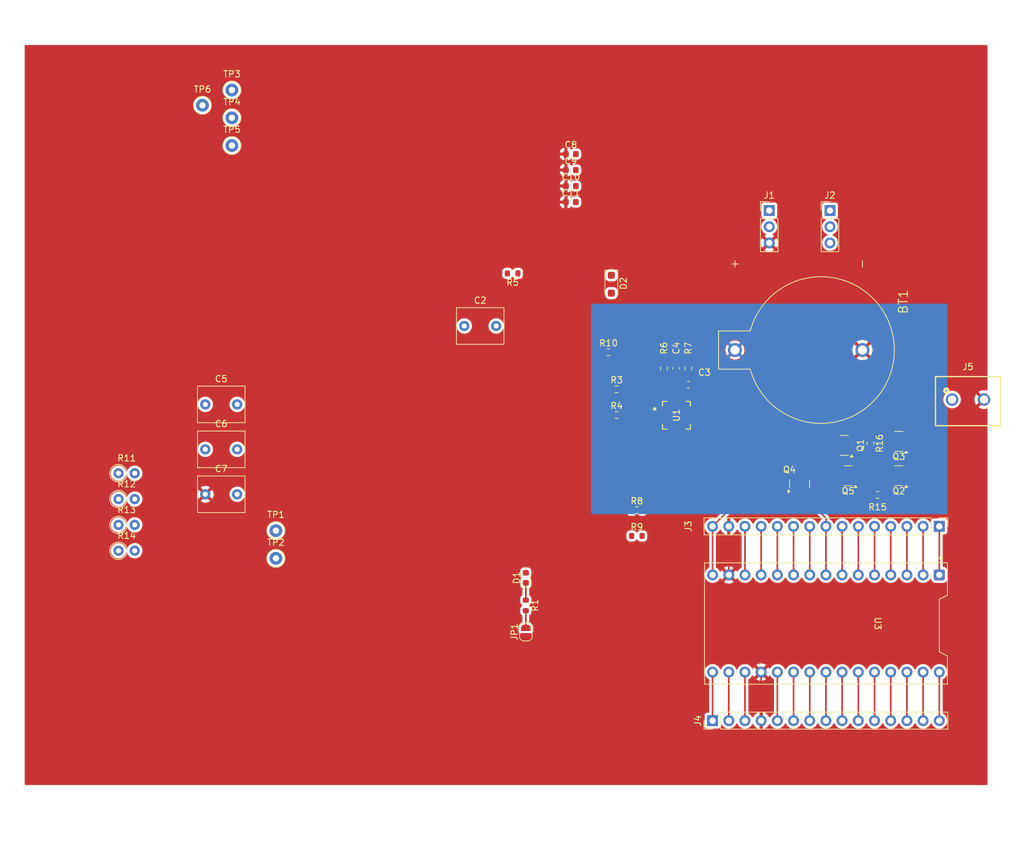
<source format=kicad_pcb>
(kicad_pcb (version 20241229) (generator "pcbnew") (generator_version "9.0")
  (layers (0 "F.Cu" signal) (4 "In1.Cu" signal) (6 "In2.Cu" signal) (2 "B.Cu" signal) (13 "F.Paste" user) (15 "B.Paste" user) (5 "F.SilkS" user "F.Silkscreen") (7 "B.SilkS" user "B.Silkscreen") (1 "F.Mask" user) (3 "B.Mask" user) (25 "Edge.Cuts" user))
  (net 0 "")
  (net 1 "GND")
  (net 2 "+3V0")
  (net 3 "Net-(U1-HPSENSE)")
  (net 4 "/VREFIN")
  (net 5 "Net-(U1-RLDFB)")
  (net 6 "Net-(U1-RLD)")
  (net 7 "Net-(U1-OPAMP+)")
  (net 8 "Net-(U1-REFOUT)")
  (net 9 "/FILTER_OUT")
  (net 10 "/PWR_OFF_HV")
  (net 11 "/PWR_HOLD")
  (net 12 "Net-(J1-Pin_2)")
  (net 13 "Net-(J2-Pin_2)")
  (net 14 "/RLD")
  (net 15 "/VIN")
  (net 16 "+9V")
  (net 17 "Net-(U1-IN+)")
  (net 18 "/INP")
  (net 19 "/INM")
  (net 20 "Net-(U1-IN-)")
  (net 21 "Net-(U1-IAOUT)")
  (net 22 "Net-(U1-OPAMP-)")
  (net 23 "Net-(D1-K)")
  (net 24 "/LODN")
  (net 25 "/LODP")
  (net 26 "+3V3")
  (net 27 "/HR_SIGNAL")
  (net 28 "/P1")
  (net 29 "/D2")
  (net 30 "/PWR_ON")
  (net 31 "Net-(U1-SW)")
  (net 32 "/D11")
  (net 33 "/D8")
  (net 34 "/A3")
  (net 35 "/A0")
  (net 36 "/D4")
  (net 37 "/TX")
  (net 38 "/RX")
  (net 39 "/A7")
  (net 40 "/D9")
  (net 41 "/D13")
  (net 42 "/D10")
  (net 43 "/D6")
  (net 44 "/D12")
  (net 45 "/RESET")
  (net 46 "/RESET1")
  (net 47 "/D7")
  (net 48 "/A5")
  (net 49 "/A2")
  (net 50 "/A6")
  (net 51 "+5V")
  (net 52 "/AREF")
  (net 53 "/D5")
  (net 54 "/A1")
  (net 55 "Net-(D1-A)")
  (net 56 "Net-(JP1-B)")
  (footprint "Resistor_SMD:R_0603_1608Metric" (layer "F.Cu") (at 149.415 95.885)
    (property "Reference" "R8" (at 0 -1.43 0) (layer "F.SilkS"))
    (property "Value" "10M")
    (pad "1" smd roundrect (at -0.825 0) (size 0.8 0.95) (layers "F.Cu" "F.Mask" "F.Paste") (net 18 "/INP"))
    (pad "2" smd roundrect (at 0.825 0) (size 0.8 0.95) (layers "F.Cu" "F.Mask" "F.Paste") (net 13 "Net-(J2-Pin_2)"))
  )
  (footprint "TestPoint:TestPoint_Keystone_5000-5004_Miniature" (layer "F.Cu") (at 85.9 38.7)
    (property "Reference" "TP5" (at 0 -2.5 0) (layer "F.SilkS"))
    (property "Value" "TestPoint")
    (pad "1" thru_hole circle (at 0 0) (size 2 2) (drill 1) (layers "*.Cu" "*.Mask") (net 14 "/RLD"))
  )
  (footprint "Capacitor_SMD:C_0603_1608Metric" (layer "F.Cu") (at 155.575 73.66 90)
    (property "Reference" "C4" (at 3.175 0 90) (layer "F.SilkS"))
    (property "Value" "100nF")
    (pad "1" smd roundrect (at -0.775 0 90) (size 0.9 0.95) (layers "F.Cu" "F.Mask" "F.Paste") (net 4 "/VREFIN"))
    (pad "2" smd roundrect (at 0.775 0 90) (size 0.9 0.95) (layers "F.Cu" "F.Mask" "F.Paste") (net 1 "GND"))
  )
  (footprint "LED_SMD:LED_0603_1608Metric" (layer "F.Cu") (at 132 106.5 90)
    (property "Reference" "D1" (at 0 -1.43 90) (layer "F.SilkS"))
    (property "Value" "LED")
    (pad "1" smd roundrect (at -0.7875 0 90) (size 0.875 0.95) (layers "F.Cu" "F.Mask" "F.Paste") (net 23 "Net-(D1-K)"))
    (pad "2" smd roundrect (at 0.7875 0 90) (size 0.875 0.95) (layers "F.Cu" "F.Mask" "F.Paste") (net 55 "Net-(D1-A)"))
  )
  (footprint "Connector_PinHeader_2.54mm:PinHeader_1x15_P2.54mm_Vertical" (layer "F.Cu") (at 196.85 98.425 -90)
    (property "Reference" "J3" (at 0 39.37 90) (layer "F.SilkS"))
    (property "Value" "Conn_01x15")
    (pad "1" thru_hole rect (at 0 0 270) (size 1.7 1.7) (drill 1) (layers "*.Cu" "*.Mask") (net 41 "/D13"))
    (pad "2" thru_hole oval (at 0 2.54 270) (size 1.7 1.7) (drill 1) (layers "*.Cu" "*.Mask") (net 26 "+3V3"))
    (pad "3" thru_hole oval (at 0 5.08 270) (size 1.7 1.7) (drill 1) (layers "*.Cu" "*.Mask") (net 52 "/AREF"))
    (pad "4" thru_hole oval (at 0 7.62 270) (size 1.7 1.7) (drill 1) (layers "*.Cu" "*.Mask") (net 35 "/A0"))
    (pad "5" thru_hole oval (at 0 10.16 270) (size 1.7 1.7) (drill 1) (layers "*.Cu" "*.Mask") (net 54 "/A1"))
    (pad "6" thru_hole oval (at 0 12.7 270) (size 1.7 1.7) (drill 1) (layers "*.Cu" "*.Mask") (net 49 "/A2"))
    (pad "7" thru_hole oval (at 0 15.24 270) (size 1.7 1.7) (drill 1) (layers "*.Cu" "*.Mask") (net 34 "/A3"))
    (pad "8" thru_hole oval (at 0 17.78 270) (size 1.7 1.7) (drill 1) (layers "*.Cu" "*.Mask") (net 27 "/HR_SIGNAL"))
    (pad "9" thru_hole oval (at 0 20.32 270) (size 1.7 1.7) (drill 1) (layers "*.Cu" "*.Mask") (net 48 "/A5"))
    (pad "10" thru_hole oval (at 0 22.86 270) (size 1.7 1.7) (drill 1) (layers "*.Cu" "*.Mask") (net 50 "/A6"))
    (pad "11" thru_hole oval (at 0 25.4 270) (size 1.7 1.7) (drill 1) (layers "*.Cu" "*.Mask") (net 39 "/A7"))
    (pad "12" thru_hole oval (at 0 27.94 270) (size 1.7 1.7) (drill 1) (layers "*.Cu" "*.Mask") (net 51 "+5V"))
    (pad "13" thru_hole oval (at 0 30.48 270) (size 1.7 1.7) (drill 1) (layers "*.Cu" "*.Mask") (net 45 "/RESET"))
    (pad "14" thru_hole oval (at 0 33.02 270) (size 1.7 1.7) (drill 1) (layers "*.Cu" "*.Mask") (net 1 "GND"))
    (pad "15" thru_hole oval (at 0 35.56 270) (size 1.7 1.7) (drill 1) (layers "*.Cu" "*.Mask") (net 15 "/VIN"))
  )
  (footprint "Diode_SMD:D_SOD-123F" (layer "F.Cu") (at 145.415 60.455 -90)
    (property "Reference" "D2" (at -0.127 -1.905 90) (layer "F.SilkS"))
    (property "Value" "1N4148")
    (pad "1" smd roundrect (at -1.4 0 270) (size 1.1 1.1) (layers "F.Cu" "F.Mask" "F.Paste") (roundrect_rratio 0.2272727273) (net 10 "/PWR_OFF_HV"))
    (pad "2" smd roundrect (at 1.4 0 270) (size 1.1 1.1) (layers "F.Cu" "F.Mask" "F.Paste") (roundrect_rratio 0.2272727273) (net 29 "/D2"))
  )
  (footprint "Resistor_SMD:R_0603_1608Metric" (layer "F.Cu") (at 157.48 73.66 -90)
    (property "Reference" "R7" (at -3.175 0 90) (layer "F.SilkS"))
    (property "Value" "10M")
    (pad "1" smd roundrect (at -0.825 0 270) (size 0.8 0.95) (layers "F.Cu" "F.Mask" "F.Paste") (net 2 "+3V0"))
    (pad "2" smd roundrect (at 0.825 0 270) (size 0.8 0.95) (layers "F.Cu" "F.Mask" "F.Paste") (net 4 "/VREFIN"))
  )
  (footprint "Capacitor_THT:C_Rect_L7.2mm_W5.5mm_P5.00mm_FKS2_FKP2_MKS2_MKP2" (layer "F.Cu") (at 122.35 67)
    (property "Reference" "C2" (at 2.5 -4 0) (layer "F.SilkS"))
    (property "Value" "1u")
    (pad "1" thru_hole circle (at 0 0) (size 1.6 1.6) (drill 0.8) (layers "*.Cu" "*.Mask") (net 28 "/P1"))
    (pad "2" thru_hole circle (at 5 0) (size 1.6 1.6) (drill 0.8) (layers "*.Cu" "*.Mask") (net 3 "Net-(U1-HPSENSE)"))
  )
  (footprint "Capacitor_SMD:C_0603_1608Metric" (layer "F.Cu") (at 139.065 42.545)
    (property "Reference" "C9" (at 0 -1.43 0) (layer "F.SilkS"))
    (property "Value" "1nF")
    (pad "1" smd roundrect (at -0.775 0) (size 0.9 0.95) (layers "F.Cu" "F.Mask" "F.Paste") (net 1 "GND"))
    (pad "2" smd roundrect (at 0.775 0) (size 0.9 0.95) (layers "F.Cu" "F.Mask" "F.Paste") (net 2 "+3V0"))
  )
  (footprint "Jumper:SolderJumper-2_P1.3mm_Open_RoundedPad1.0x1.5mm" (layer "F.Cu") (at 132 115 90)
    (property "Reference" "JP1" (at 0 -1.8 90) (layer "F.SilkS"))
    (property "Value" "SolderJumper_2_Open")
    (pad "1" smd custom (at -0.65 0 90) (size 1 0.5) (layers "F.Cu" "F.Mask") (net 1 "GND") (options (clearance outline) (anchor rect)) (primitives (gr_circle (center 0 0.25) (end 0.5 0.25) (width 0) (fill yes)) (gr_circle (center 0 -0.25) (end 0.5 -0.25) (width 0) (fill yes)) (gr_poly (pts (xy 0.5 0.75) (xy 0 0.75) (xy 0 -0.75) (xy 0.5 -0.75)) (width 0) (fill yes))))
    (pad "2" smd custom (at 0.65 0 90) (size 1 0.5) (layers "F.Cu" "F.Mask") (net 56 "Net-(JP1-B)") (options (clearance outline) (anchor rect)) (primitives (gr_circle (center 0 0.25) (end 0.5 0.25) (width 0) (fill yes)) (gr_circle (center 0 -0.25) (end 0.5 -0.25) (width 0) (fill yes)) (gr_poly (pts (xy 0 0.75) (xy -0.5 0.75) (xy -0.5 -0.75) (xy 0 -0.75)) (width 0) (fill yes))))
  )
  (footprint "Resistor_SMD:R_0603_1608Metric" (layer "F.Cu") (at 187.165 93.5025)
    (property "Reference" "R15" (at 0 1.905 0) (layer "F.SilkS"))
    (property "Value" "1M")
    (pad "1" smd roundrect (at -0.825 0) (size 0.8 0.95) (layers "F.Cu" "F.Mask" "F.Paste") (net 2 "+3V0"))
    (pad "2" smd roundrect (at 0.825 0) (size 0.8 0.95) (layers "F.Cu" "F.Mask" "F.Paste") (net 30 "/PWR_ON"))
  )
  (footprint "Connector_PinHeader_2.54mm:PinHeader_1x03_P2.54mm_Vertical" (layer "F.Cu") (at 179.705 48.895)
    (property "Reference" "J2" (at 0 -2.38 0) (layer "F.SilkS"))
    (property "Value" "Conn_01x03")
    (pad "1" thru_hole rect (at 0 0) (size 1.7 1.7) (drill 1) (layers "*.Cu" "*.Mask") (net 14 "/RLD"))
    (pad "2" thru_hole circle (at 0 2.54) (size 1.7 1.7) (drill 1) (layers "*.Cu" "*.Mask") (net 13 "Net-(J2-Pin_2)"))
    (pad "3" thru_hole circle (at 0 5.08) (size 1.7 1.7) (drill 1) (layers "*.Cu" "*.Mask") (net 2 "+3V0"))
  )
  (footprint "ECG_Footprints:691137710002" (layer "F.Cu") (at 201.355 78.54)
    (property "Reference" "J5" (at 0 -5.135 0) (layer "F.SilkS"))
    (property "Value" "Conn_01x02")
    (pad "1" thru_hole circle (at -2.5 0) (size 1.95 1.95) (drill 1.3) (layers "*.Cu" "*.Mask") (net 16 "+9V"))
    (pad "2" thru_hole circle (at 2.5 0) (size 1.95 1.95) (drill 1.3) (layers "*.Cu" "*.Mask") (net 1 "GND"))
  )
  (footprint "Resistor_SMD:R_0603_1608Metric" (layer "F.Cu") (at 146.24 80.9625)
    (property "Reference" "R4" (at 0 -1.43 0) (layer "F.SilkS"))
    (property "Value" "220K")
    (pad "1" smd roundrect (at -0.825 0) (size 0.8 0.95) (layers "F.Cu" "F.Mask" "F.Paste") (net 19 "/INM"))
    (pad "2" smd roundrect (at 0.825 0) (size 0.8 0.95) (layers "F.Cu" "F.Mask" "F.Paste") (net 20 "Net-(U1-IN-)"))
  )
  (footprint "Capacitor_THT:C_Rect_L7.2mm_W5.5mm_P5.00mm_FKS2_FKP2_MKS2_MKP2" (layer "F.Cu") (at 81.73 86.35)
    (property "Reference" "C6" (at 2.5 -4 0) (layer "F.SilkS"))
    (property "Value" "4.7n")
    (pad "1" thru_hole circle (at 0 0) (size 1.6 1.6) (drill 0.8) (layers "*.Cu" "*.Mask") (net 7 "Net-(U1-OPAMP+)"))
    (pad "2" thru_hole circle (at 5 0) (size 1.6 1.6) (drill 0.8) (layers "*.Cu" "*.Mask") (net 8 "Net-(U1-REFOUT)"))
  )
  (footprint "TestPoint:TestPoint_Keystone_5000-5004_Miniature" (layer "F.Cu") (at 85.9 30)
    (property "Reference" "TP3" (at 0 -2.5 0) (layer "F.SilkS"))
    (property "Value" "TestPoint")
    (pad "1" thru_hole circle (at 0 0) (size 2 2) (drill 1) (layers "*.Cu" "*.Mask") (net 19 "/INM"))
  )
  (footprint "Package_TO_SOT_SMD:SOT-23" (layer "F.Cu") (at 181.9425 85.7275 180)
    (property "Reference" "Q1" (at -2.54 0 90) (layer "F.SilkS"))
    (property "Value" "DMG2301L")
    (pad "1" smd roundrect (at -0.9375 -0.95 180) (size 1.475 0.6) (layers "F.Cu" "F.Mask" "F.Paste") (net 10 "/PWR_OFF_HV"))
    (pad "2" smd roundrect (at -0.9375 0.95 180) (size 1.475 0.6) (layers "F.Cu" "F.Mask" "F.Paste") (net 16 "+9V"))
    (pad "3" smd roundrect (at 0.9375 0 180) (size 1.475 0.6) (layers "F.Cu" "F.Mask" "F.Paste") (net 15 "/VIN"))
  )
  (footprint "Resistor_SMD:R_0603_1608Metric" (layer "F.Cu") (at 132 110.825 -90)
    (property "Reference" "R1" (at 0 -1.43 90) (layer "F.SilkS"))
    (property "Value" "1k")
    (pad "1" smd roundrect (at -0.825 0 270) (size 0.8 0.95) (layers "F.Cu" "F.Mask" "F.Paste") (net 23 "Net-(D1-K)"))
    (pad "2" smd roundrect (at 0.825 0 270) (size 0.8 0.95) (layers "F.Cu" "F.Mask" "F.Paste") (net 56 "Net-(JP1-B)"))
  )
  (footprint "TestPoint:TestPoint_Keystone_5000-5004_Miniature" (layer "F.Cu") (at 92.8 103.45)
    (property "Reference" "TP2" (at 0 -2.5 0) (layer "F.SilkS"))
    (property "Value" "TestPoint")
    (pad "1" thru_hole circle (at 0 0) (size 2 2) (drill 1) (layers "*.Cu" "*.Mask") (net 25 "/LODP"))
  )
  (footprint "Resistor_THT:R_Axial_DIN0207_L6.3mm_D2.5mm_P2.54mm_Vertical" (layer "F.Cu") (at 68.12 98.2)
    (property "Reference" "R13" (at 1.27 -2.37 0) (layer "F.SilkS"))
    (property "Value" "1M")
    (pad "1" thru_hole circle (at 0 0) (size 1.6 1.6) (drill 0.8) (layers "*.Cu" "*.Mask") (net 22 "Net-(U1-OPAMP-)"))
    (pad "2" thru_hole circle (at 2.54 0) (size 1.6 1.6) (drill 0.8) (layers "*.Cu" "*.Mask") (net 55 "Net-(D1-A)"))
  )
  (footprint "Package_TO_SOT_SMD:SOT-23" (layer "F.Cu") (at 182.5475 90.4875 180)
    (property "Reference" "Q5" (at 0 -2.4 0) (layer "F.SilkS"))
    (property "Value" "T2N7002AK")
    (pad "1" smd roundrect (at -0.9375 -0.95 180) (size 1.475 0.6) (layers "F.Cu" "F.Mask" "F.Paste") (net 25 "/LODP"))
    (pad "2" smd roundrect (at -0.9375 0.95 180) (size 1.475 0.6) (layers "F.Cu" "F.Mask" "F.Paste") (net 1 "GND"))
    (pad "3" smd roundrect (at 0.9375 0 180) (size 1.475 0.6) (layers "F.Cu" "F.Mask" "F.Paste") (net 30 "/PWR_ON"))
  )
  (footprint "Resistor_SMD:R_0603_1608Metric" (layer "F.Cu") (at 144.97 71.12)
    (property "Reference" "R10" (at 0 -1.43 0) (layer "F.SilkS"))
    (property "Value" "330K")
    (pad "1" smd roundrect (at -0.825 0) (size 0.8 0.95) (layers "F.Cu" "F.Mask" "F.Paste") (net 14 "/RLD"))
    (pad "2" smd roundrect (at 0.825 0) (size 0.8 0.95) (layers "F.Cu" "F.Mask" "F.Paste") (net 6 "Net-(U1-RLD)"))
  )
  (footprint "Connector_PinHeader_2.54mm:PinHeader_1x03_P2.54mm_Vertical" (layer "F.Cu") (at 170.18 48.895)
    (property "Reference" "J1" (at 0 -2.38 0) (layer "F.SilkS"))
    (property "Value" "Conn_01x03")
    (pad "1" thru_hole rect (at 0 0) (size 1.7 1.7) (drill 1) (layers "*.Cu" "*.Mask") (net 2 "+3V0"))
    (pad "2" thru_hole circle (at 0 2.54) (size 1.7 1.7) (drill 1) (layers "*.Cu" "*.Mask") (net 12 "Net-(J1-Pin_2)"))
    (pad "3" thru_hole circle (at 0 5.08) (size 1.7 1.7) (drill 1) (layers "*.Cu" "*.Mask") (net 1 "GND"))
  )
  (footprint "Package_TO_SOT_SMD:SOT-23" (layer "F.Cu") (at 190.5 85.0925 180)
    (property "Reference" "Q3" (at 0 -2.4 0) (layer "F.SilkS"))
    (property "Value" "T2N7002AK")
    (pad "1" smd roundrect (at -0.9375 -0.95 180) (size 1.475 0.6) (layers "F.Cu" "F.Mask" "F.Paste") (net 11 "/PWR_HOLD"))
    (pad "2" smd roundrect (at -0.9375 0.95 180) (size 1.475 0.6) (layers "F.Cu" "F.Mask" "F.Paste") (net 1 "GND"))
    (pad "3" smd roundrect (at 0.9375 0 180) (size 1.475 0.6) (layers "F.Cu" "F.Mask" "F.Paste") (net 10 "/PWR_OFF_HV"))
  )
  (footprint "Capacitor_SMD:C_0603_1608Metric" (layer "F.Cu") (at 139.065 40.035)
    (property "Reference" "C8" (at 0 -1.43 0) (layer "F.SilkS"))
    (property "Value" "1nF")
    (pad "1" smd roundrect (at -0.775 0) (size 0.9 0.95) (layers "F.Cu" "F.Mask" "F.Paste") (net 1 "GND"))
    (pad "2" smd roundrect (at 0.775 0) (size 0.9 0.95) (layers "F.Cu" "F.Mask" "F.Paste") (net 2 "+3V0"))
  )
  (footprint "TestPoint:TestPoint_Keystone_5000-5004_Miniature" (layer "F.Cu") (at 81.28 32.385)
    (property "Reference" "TP6" (at 0 -2.5 0) (layer "F.SilkS"))
    (property "Value" "TestPoint")
    (pad "1" thru_hole circle (at 0 0) (size 2 2) (drill 1) (layers "*.Cu" "*.Mask") (net 31 "Net-(U1-SW)"))
  )
  (footprint "Resistor_SMD:R_0603_1608Metric" (layer "F.Cu") (at 129.93 58.75 180)
    (property "Reference" "R5" (at 0 -1.43 180) (layer "F.SilkS"))
    (property "Value" "10M")
    (pad "1" smd roundrect (at -0.825 0 180) (size 0.8 0.95) (layers "F.Cu" "F.Mask" "F.Paste") (net 21 "Net-(U1-IAOUT)"))
    (pad "2" smd roundrect (at 0.825 0 180) (size 0.8 0.95) (layers "F.Cu" "F.Mask" "F.Paste") (net 3 "Net-(U1-HPSENSE)"))
  )
  (footprint "Capacitor_SMD:C_0603_1608Metric" (layer "F.Cu") (at 139.065 47.565)
    (property "Reference" "C11" (at 0 -1.43 0) (layer "F.SilkS"))
    (property "Value" "1nF")
    (pad "1" smd roundrect (at -0.775 0) (size 0.9 0.95) (layers "F.Cu" "F.Mask" "F.Paste") (net 1 "GND"))
    (pad "2" smd roundrect (at 0.775 0) (size 0.9 0.95) (layers "F.Cu" "F.Mask" "F.Paste") (net 2 "+3V0"))
  )
  (footprint "Resistor_SMD:R_0603_1608Metric" (layer "F.Cu") (at 149.415 99.935)
    (property "Reference" "R9" (at 0 -1.43 0) (layer "F.SilkS"))
    (property "Value" "10M")
    (pad "1" smd roundrect (at -0.825 0) (size 0.8 0.95) (layers "F.Cu" "F.Mask" "F.Paste") (net 13 "Net-(J2-Pin_2)"))
    (pad "2" smd roundrect (at 0.825 0) (size 0.8 0.95) (layers "F.Cu" "F.Mask" "F.Paste") (net 19 "/INM"))
  )
  (footprint "Capacitor_THT:C_Rect_L7.2mm_W5.5mm_P5.00mm_FKS2_FKP2_MKS2_MKP2" (layer "F.Cu") (at 81.73 93.4)
    (property "Reference" "C7" (at 2.5 -4 0) (layer "F.SilkS"))
    (property "Value" "100nF")
    (pad "1" thru_hole circle (at 0 0) (size 1.6 1.6) (drill 0.8) (layers "*.Cu" "*.Mask") (net 1 "GND"))
    (pad "2" thru_hole circle (at 5 0) (size 1.6 1.6) (drill 0.8) (layers "*.Cu" "*.Mask") (net 9 "/FILTER_OUT"))
  )
  (footprint "Package_TO_SOT_SMD:SOT-23" (layer "F.Cu") (at 174.94 91.7725 90)
    (property "Reference" "Q4" (at 2.2375 -1.59 180) (layer "F.SilkS"))
    (property "Value" "T2N7002AK")
    (pad "1" smd roundrect (at -0.9375 -0.95 90) (size 1.475 0.6) (layers "F.Cu" "F.Mask" "F.Paste") (net 15 "/VIN"))
    (pad "2" smd roundrect (at -0.9375 0.95 90) (size 1.475 0.6) (layers "F.Cu" "F.Mask" "F.Paste") (net 27 "/HR_SIGNAL"))
    (pad "3" smd roundrect (at 0.9375 0 90) (size 1.475 0.6) (layers "F.Cu" "F.Mask" "F.Paste") (net 9 "/FILTER_OUT"))
  )
  (footprint "ECG_Footprints:DIP30-ArduinoNano" (layer "F.Cu") (at 186.69 113.665 -90)
    (property "Reference" "U3" (at 0 -0.5 270) (layer "F.SilkS"))
    (property "Value" "ABX00027")
    (fp_text user "*" (at -10.795 -9.525 270) (layer "F.SilkS") (effects (font (thickness 0.2) (bold yes)) (justify left bottom)))
    (pad "1" thru_hole roundrect (at -7.62 -10.16 90) (size 1.7 1.7) (drill 1) (layers "*.Cu" "*.Mask") (roundrect_rratio 0.15) (net 41 "/D13"))
    (pad "2" thru_hole circle (at -7.62 -7.62 90) (size 1.7 1.7) (drill 1) (layers "*.Cu" "*.Mask") (net 26 "+3V3"))
    (pad "3" thru_hole circle (at -7.62 -5.08 90) (size 1.7 1.7) (drill 1) (layers "*.Cu" "*.Mask") (net 52 "/AREF"))
    (pad "4" thru_hole circle (at -7.62 -2.54 90) (size 1.7 1.7) (drill 1) (layers "*.Cu" "*.Mask") (net 35 "/A0"))
    (pad "5" thru_hole circle (at -7.62 0 90) (size 1.7 1.7) (drill 1) (layers "*.Cu" "*.Mask") (net 54 "/A1"))
    (pad "6" thru_hole circle (at -7.62 2.54 90) (size 1.7 1.7) (drill 1) (layers "*.Cu" "*.Mask") (net 49 "/A2"))
    (pad "7" thru_hole circle (at -7.62 5.08 90) (size 1.7 1.7) (drill 1) (layers "*.Cu" "*.Mask") (net 34 "/A3"))
    (pad "8" thru_hole circle (at -7.62 7.62 90) (size 1.7 1.7) (drill 1) (layers "*.Cu" "*.Mask") (net 27 "/HR_SIGNAL"))
    (pad "9" thru_hole circle (at -7.62 10.16 90) (size 1.7 1.7) (drill 1) (layers "*.Cu" "*.Mask") (net 48 "/A5"))
    (pad "10" thru_hole circle (at -7.62 12.7 90) (size 1.7 1.7) (drill 1) (layers "*.Cu" "*.Mask") (net 50 "/A6"))
    (pad "11" thru_hole circle (at -7.62 15.24 90) (size 1.7 1.7) (drill 1) (layers "*.Cu" "*.Mask") (net 39 "/A7"))
    (pad "12" thru_hole circle (at -7.62 17.78 90) (size 1.7 1.7) (drill 1) (layers "*.Cu" "*.Mask") (net 51 "+5V"))
    (pad "13" thru_hole circle (at -7.62 20.32 90) (size 1.7 1.7) (drill 1) (layers "*.Cu" "*.Mask") (net 45 "/RESET"))
    (pad "14" thru_hole circle (at -7.62 22.86 90) (size 1.7 1.7) (drill 1) (layers "*.Cu" "*.Mask") (net 1 "GND"))
    (pad "15" thru_hole circle (at -7.62 25.4 90) (size 1.7 1.7) (drill 1) (layers "*.Cu" "*.Mask") (net 15 "/VIN"))
    (pad "16" thru_hole circle (at 7.62 25.4 90) (size 1.7 1.7) (drill 1) (layers "*.Cu" "*.Mask") (net 37 "/TX"))
    (pad "17" thru_hole circle (at 7.62 22.86 90) (size 1.7 1.7) (drill 1) (layers "*.Cu" "*.Mask") (net 38 "/RX"))
    (pad "18" thru_hole circle (at 7.62 20.32 90) (size 1.7 1.7) (drill 1) (layers "*.Cu" "*.Mask") (net 46 "/RESET1"))
    (pad "19" thru_hole circle (at 7.62 17.78 90) (size 1.7 1.7) (drill 1) (layers "*.Cu" "*.Mask") (net 1 "GND"))
    (pad "20" thru_hole circle (at 7.62 15.24 90) (size 1.7 1.7) (drill 1) (layers "*.Cu" "*.Mask") (net 29 "/D2"))
    (pad "21" thru_hole circle (at 7.62 12.7 90) (size 1.7 1.7) (drill 1) (layers "*.Cu" "*.Mask") (net 11 "/PWR_HOLD"))
    (pad "22" thru_hole circle (at 7.62 10.16 90) (size 1.7 1.7) (drill 1) (layers "*.Cu" "*.Mask") (net 36 "/D4"))
    (pad "23" thru_hole circle (at 7.62 7.62 90) (size 1.7 1.7) (drill 1) (layers "*.Cu" "*.Mask") (net 53 "/D5"))
    (pad "24" thru_hole circle (at 7.62 5.08 90) (size 1.7 1.7) (drill 1) (layers "*.Cu" "*.Mask") (net 43 "/D6"))
    (pad "25" thru_hole circle (at 7.62 2.54 90) (size 1.7 1.7) (drill 1) (layers "*.Cu" "*.Mask") (net 47 "/D7"))
    (pad "26" thru_hole circle (at 7.62 0 90) (size 1.7 1.7) (drill 1) (layers "*.Cu" "*.Mask") (net 33 "/D8"))
    (pad "27" thru_hole circle (at 7.62 -2.54 90) (size 1.7 1.7) (drill 1) (layers "*.Cu" "*.Mask") (net 40 "/D9"))
    (pad "28" thru_hole circle (at 7.62 -5.08 90) (size 1.7 1.7) (drill 1) (layers "*.Cu" "*.Mask") (net 42 "/D10"))
    (pad "29" thru_hole circle (at 7.62 -7.62 90) (size 1.7 1.7) (drill 1) (layers "*.Cu" "*.Mask") (net 32 "/D11"))
    (pad "30" thru_hole circle (at 7.62 -10.16 90) (size 1.7 1.7) (drill 1) (layers "*.Cu" "*.Mask") (net 44 "/D12"))
  )
  (footprint "Resistor_SMD:R_0603_1608Metric" (layer "F.Cu") (at 153.67 73.66 90)
    (property "Reference" "R6" (at 3.175 0 90) (layer "F.SilkS"))
    (property "Value" "10M")
    (pad "1" smd roundrect (at -0.825 0 90) (size 0.8 0.95) (layers "F.Cu" "F.Mask" "F.Paste") (net 4 "/VREFIN"))
    (pad "2" smd roundrect (at 0.825 0 90) (size 0.8 0.95) (layers "F.Cu" "F.Mask" "F.Paste") (net 1 "GND"))
  )
  (footprint "Resistor_SMD:R_0603_1608Metric" (layer "F.Cu") (at 146.24 76.9125)
    (property "Reference" "R3" (at 0 -1.43 0) (layer "F.SilkS"))
    (property "Value" "220K")
    (pad "1" smd roundrect (at -0.825 0) (size 0.8 0.95) (layers "F.Cu" "F.Mask" "F.Paste") (net 18 "/INP"))
    (pad "2" smd roundrect (at 0.825 0) (size 0.8 0.95) (layers "F.Cu" "F.Mask" "F.Paste") (net 17 "Net-(U1-IN+)"))
  )
  (footprint "ECG_Footprints:BAT_BS-3" (layer "F.Cu") (at 178.29425 70.775 -90)
    (property "Reference" "BT1" (at -7.555 -12.889 90) (layer "F.SilkS") (effects (font (size 1.4 1.4))))
    (property "Value" "BS-3")
    (pad "+" thru_hole circle (at 0 13.5 270) (size 2.175 2.175) (drill 1.45) (layers "*.Cu" "*.Mask") (net 2 "+3V0"))
    (pad "-" thru_hole circle (at 0 -6.5 270) (size 2.175 2.175) (drill 1.45) (layers "*.Cu" "*.Mask") (net 1 "GND"))
  )
  (footprint "Capacitor_SMD:C_0603_1608Metric" (layer "F.Cu") (at 157.48 76.2 180)
    (property "Reference" "C3" (at -2.54 1.905 0) (layer "F.SilkS"))
    (property "Value" "100nF")
    (pad "1" smd roundrect (at -0.775 0 180) (size 0.9 0.95) (layers "F.Cu" "F.Mask" "F.Paste") (net 1 "GND"))
    (pad "2" smd roundrect (at 0.775 0 180) (size 0.9 0.95) (layers "F.Cu" "F.Mask" "F.Paste") (net 2 "+3V0"))
  )
  (footprint "TestPoint:TestPoint_Keystone_5000-5004_Miniature" (layer "F.Cu") (at 92.8 99.1)
    (property "Reference" "TP1" (at 0 -2.5 0) (layer "F.SilkS"))
    (property "Value" "TestPoint")
    (pad "1" thru_hole circle (at 0 0) (size 2 2) (drill 1) (layers "*.Cu" "*.Mask") (net 24 "/LODN"))
  )
  (footprint "Resistor_THT:R_Axial_DIN0207_L6.3mm_D2.5mm_P2.54mm_Vertical" (layer "F.Cu") (at 68.12 90.1)
    (property "Reference" "R11" (at 1.27 -2.37 0) (layer "F.SilkS"))
    (property "Value" "470K")
    (pad "1" thru_hole circle (at 0 0) (size 1.6 1.6) (drill 0.8) (layers "*.Cu" "*.Mask") (net 28 "/P1"))
    (pad "2" thru_hole circle (at 2.54 0) (size 1.6 1.6) (drill 0.8) (layers "*.Cu" "*.Mask") (net 7 "Net-(U1-OPAMP+)"))
  )
  (footprint "TestPoint:TestPoint_Keystone_5000-5004_Miniature" (layer "F.Cu") (at 85.9 34.35)
    (property "Reference" "TP4" (at 0 -2.5 0) (layer "F.SilkS"))
    (property "Value" "TestPoint")
    (pad "1" thru_hole circle (at 0 0) (size 2 2) (drill 1) (layers "*.Cu" "*.Mask") (net 18 "/INP"))
  )
  (footprint "Package_TO_SOT_SMD:SOT-23" (layer "F.Cu") (at 190.5 90.4875 180)
    (property "Reference" "Q2" (at 0 -2.4 0) (layer "F.SilkS"))
    (property "Value" "T2N7002AK")
    (pad "1" smd roundrect (at -0.9375 -0.95 180) (size 1.475 0.6) (layers "F.Cu" "F.Mask" "F.Paste") (net 30 "/PWR_ON"))
    (pad "2" smd roundrect (at -0.9375 0.95 180) (size 1.475 0.6) (layers "F.Cu" "F.Mask" "F.Paste") (net 1 "GND"))
    (pad "3" smd roundrect (at 0.9375 0 180) (size 1.475 0.6) (layers "F.Cu" "F.Mask" "F.Paste") (net 10 "/PWR_OFF_HV"))
  )
  (footprint "Resistor_SMD:R_0603_1608Metric" (layer "F.Cu") (at 186.055 85.4075 -90)
    (property "Reference" "R16" (at 0 -1.43 90) (layer "F.SilkS"))
    (property "Value" "1M")
    (pad "1" smd roundrect (at -0.825 0 270) (size 0.8 0.95) (layers "F.Cu" "F.Mask" "F.Paste") (net 16 "+9V"))
    (pad "2" smd roundrect (at 0.825 0 270) (size 0.8 0.95) (layers "F.Cu" "F.Mask" "F.Paste") (net 10 "/PWR_OFF_HV"))
  )
  (footprint "Resistor_THT:R_Axial_DIN0207_L6.3mm_D2.5mm_P2.54mm_Vertical" (layer "F.Cu") (at 68.12 94.15)
    (property "Reference" "R12" (at 1.27 -2.37 0) (layer "F.SilkS"))
    (property "Value" "100K")
    (pad "1" thru_hole circle (at 0 0) (size 1.6 1.6) (drill 0.8) (layers "*.Cu" "*.Mask") (net 8 "Net-(U1-REFOUT)"))
    (pad "2" thru_hole circle (at 2.54 0) (size 1.6 1.6) (drill 0.8) (layers "*.Cu" "*.Mask") (net 22 "Net-(U1-OPAMP-)"))
  )
  (footprint "Capacitor_THT:C_Rect_L7.2mm_W5.5mm_P5.00mm_FKS2_FKP2_MKS2_MKP2" (layer "F.Cu") (at 81.73 79.3)
    (property "Reference" "C5" (at 2.5 -4 0) (layer "F.SilkS"))
    (property "Value" "1nF")
    (pad "1" thru_hole circle (at 0 0) (size 1.6 1.6) (drill 0.8) (layers "*.Cu" "*.Mask") (net 5 "Net-(U1-RLDFB)"))
    (pad "2" thru_hole circle (at 5 0) (size 1.6 1.6) (drill 0.8) (layers "*.Cu" "*.Mask") (net 6 "Net-(U1-RLD)"))
  )
  (footprint "Resistor_THT:R_Axial_DIN0207_L6.3mm_D2.5mm_P2.54mm_Vertical" (layer "F.Cu") (at 68.12 102.25)
    (property "Reference" "R14" (at 1.27 -2.37 0) (layer "F.SilkS"))
    (property "Value" "0")
    (pad "1" thru_hole circle (at 0 0) (size 1.6 1.6) (drill 0.8) (layers "*.Cu" "*.Mask") (net 55 "Net-(D1-A)"))
    (pad "2" thru_hole circle (at 2.54 0) (size 1.6 1.6) (drill 0.8) (layers "*.Cu" "*.Mask") (net 9 "/FILTER_OUT"))
  )
  (footprint "Connector_PinHeader_2.54mm:PinHeader_1x15_P2.54mm_Vertical" (layer "F.Cu") (at 161.29 128.905 90)
    (property "Reference" "J4" (at 0 -2.33 90) (layer "F.SilkS"))
    (property "Value" "Conn_01x15")
    (pad "1" thru_hole rect (at 0 0 90) (size 1.7 1.7) (drill 1) (layers "*.Cu" "*.Mask") (net 37 "/TX"))
    (pad "2" thru_hole oval (at 0 2.54 90) (size 1.7 1.7) (drill 1) (layers "*.Cu" "*.Mask") (net 38 "/RX"))
    (pad "3" thru_hole oval (at 0 5.08 90) (size 1.7 1.7) (drill 1) (layers "*.Cu" "*.Mask") (net 46 "/RESET1"))
    (pad "4" thru_hole oval (at 0 7.62 90) (size 1.7 1.7) (drill 1) (layers "*.Cu" "*.Mask") (net 1 "GND"))
    (pad "5" thru_hole oval (at 0 10.16 90) (size 1.7 1.7) (drill 1) (layers "*.Cu" "*.Mask") (net 29 "/D2"))
    (pad "6" thru_hole oval (at 0 12.7 90) (size 1.7 1.7) (drill 1) (layers "*.Cu" "*.Mask") (net 11 "/PWR_HOLD"))
    (pad "7" thru_hole oval (at 0 15.24 90) (size 1.7 1.7) (drill 1) (layers "*.Cu" "*.Mask") (net 36 "/D4"))
    (pad "8" thru_hole oval (at 0 17.78 90) (size 1.7 1.7) (drill 1) (layers "*.Cu" "*.Mask") (net 53 "/D5"))
    (pad "9" thru_hole oval (at 0 20.32 90) (size 1.7 1.7) (drill 1) (layers "*.Cu" "*.Mask") (net 43 "/D6"))
    (pad "10" thru_hole oval (at 0 22.86 90) (size 1.7 1.7) (drill 1) (layers "*.Cu" "*.Mask") (net 47 "/D7"))
    (pad "11" thru_hole oval (at 0 25.4 90) (size 1.7 1.7) (drill 1) (layers "*.Cu" "*.Mask") (net 33 "/D8"))
    (pad "12" thru_hole oval (at 0 27.94 90) (size 1.7 1.7) (drill 1) (layers "*.Cu" "*.Mask") (net 40 "/D9"))
    (pad "13" thru_hole oval (at 0 30.48 90) (size 1.7 1.7) (drill 1) (layers "*.Cu" "*.Mask") (net 42 "/D10"))
    (pad "14" thru_hole oval (at 0 33.02 90) (size 1.7 1.7) (drill 1) (layers "*.Cu" "*.Mask") (net 32 "/D11"))
    (pad "15" thru_hole oval (at 0 35.56 90) (size 1.7 1.7) (drill 1) (layers "*.Cu" "*.Mask") (net 44 "/D12"))
  )
  (footprint "ECG_Footprints:CP_20_10_ADI" (layer "F.Cu") (at 155.622399 81.010001 90)
    (property "Reference" "U1" (at 0 0 90) (layer "F.SilkS"))
    (property "Value" "AD8232ACPZ-R7")
    (fp_text user "*" (at 1 -3.0954 90) (layer "F.SilkS"))
    (fp_text user "*" (at 1 -3.0954 90) (layer "F.SilkS"))
    (pad "1" smd rect (at 1.000001 -1.952399 90) (size 0.2746 0.8048) (layers "F.Cu" "F.Mask" "F.Paste") (net 28 "/P1"))
    (pad "2" smd rect (at 0.499999 -1.952399 90) (size 0.2746 0.8048) (layers "F.Cu" "F.Mask" "F.Paste") (net 17 "Net-(U1-IN+)"))
    (pad "3" smd rect (at 0 -1.952399 90) (size 0.2746 0.8048) (layers "F.Cu" "F.Mask" "F.Paste") (net 20 "Net-(U1-IN-)"))
    (pad "4" smd rect (at -0.499999 -1.952399 90) (size 0.2746 0.8048) (layers "F.Cu" "F.Mask" "F.Paste") (net 5 "Net-(U1-RLDFB)"))
    (pad "5" smd rect (at -1.000001 -1.952399 90) (size 0.2746 0.8048) (layers "F.Cu" "F.Mask" "F.Paste") (net 6 "Net-(U1-RLD)"))
    (pad "6" smd rect (at -1.952399 -1.000001 180) (size 0.2746 0.8048) (layers "F.Cu" "F.Mask" "F.Paste") (net 31 "Net-(U1-SW)"))
    (pad "7" smd rect (at -1.952399 -0.499999 180) (size 0.2746 0.8048) (layers "F.Cu" "F.Mask" "F.Paste") (net 7 "Net-(U1-OPAMP+)"))
    (pad "8" smd rect (at -1.952399 0 180) (size 0.2746 0.8048) (layers "F.Cu" "F.Mask" "F.Paste") (net 8 "Net-(U1-REFOUT)"))
    (pad "9" smd rect (at -1.952399 0.499999 180) (size 0.2746 0.8048) (layers "F.Cu" "F.Mask" "F.Paste") (net 22 "Net-(U1-OPAMP-)"))
    (pad "10" smd rect (at -1.952399 1.000001 180) (size 0.2746 0.8048) (layers "F.Cu" "F.Mask" "F.Paste") (net 55 "Net-(D1-A)"))
    (pad "11" smd rect (at -1.000001 1.952399 90) (size 0.2746 0.8048) (layers "F.Cu" "F.Mask" "F.Paste") (net 24 "/LODN"))
    (pad "12" smd rect (at -0.499999 1.952399 90) (size 0.2746 0.8048) (layers "F.Cu" "F.Mask" "F.Paste") (net 25 "/LODP"))
    (pad "13" smd rect (at 0 1.952399 90) (size 0.2746 0.8048) (layers "F.Cu" "F.Mask" "F.Paste") (net 2 "+3V0"))
    (pad "14" smd rect (at 0.499999 1.952399 90) (size 0.2746 0.8048) (layers "F.Cu" "F.Mask" "F.Paste") (net 12 "Net-(J1-Pin_2)"))
    (pad "15" smd rect (at 1.000001 1.952399 90) (size 0.2746 0.8048) (layers "F.Cu" "F.Mask" "F.Paste") (net 2 "+3V0"))
    (pad "16" smd rect (at 1.952399 1.000001 180) (size 0.2746 0.8048) (layers "F.Cu" "F.Mask" "F.Paste") (net 1 "GND"))
    (pad "17" smd rect (at 1.952399 0.499999 180) (size 0.2746 0.8048) (layers "F.Cu" "F.Mask" "F.Paste") (net 2 "+3V0"))
    (pad "18" smd rect (at 1.952399 0 180) (size 0.2746 0.8048) (layers "F.Cu" "F.Mask" "F.Paste") (net 4 "/VREFIN"))
    (pad "19" smd rect (at 1.952399 -0.499999 180) (size 0.2746 0.8048) (layers "F.Cu" "F.Mask" "F.Paste") (net 21 "Net-(U1-IAOUT)"))
    (pad "20" smd rect (at 1.952399 -1.000001 180) (size 0.2746 0.8048) (layers "F.Cu" "F.Mask" "F.Paste") (net 3 "Net-(U1-HPSENSE)"))
    (pad "HTAB" smd rect (at 0 0 90) (size 2.65 2.65) (layers "F.Cu" "F.Mask" "F.Paste") (net 1 "GND"))
  )
  (footprint "Capacitor_SMD:C_0603_1608Metric" (layer "F.Cu") (at 139.065 45.055)
    (property "Reference" "C10" (at 0 -1.43 0) (layer "F.SilkS"))
    (property "Value" "1nF")
    (pad "1" smd roundrect (at -0.775 0) (size 0.9 0.95) (layers "F.Cu" "F.Mask" "F.Paste") (net 1 "GND"))
    (pad "2" smd roundrect (at 0.775 0) (size 0.9 0.95) (layers "F.Cu" "F.Mask" "F.Paste") (net 2 "+3V0"))
  )
  (gr_rect (start 53.34 22.86) (end 204.47 139.065) (stroke (width 0.05)) (fill no) (layer "Edge.Cuts"))
  (segment (start 158.115 77.47) (end 158.255 77.33) (width 0.24) (layer "F.Cu") (net 1))
  (segment (start 157.48 77.47) (end 158.115 77.47) (width 0.24) (layer "F.Cu") (net 1))
  (segment (start 163.83 98.425) (end 163.83 106.045) (width 0.254) (layer "F.Cu") (net 1))
  (segment (start 156.6224 79.057602) (end 156.6224 78.3276) (width 0.24) (layer "F.Cu") (net 1))
  (segment (start 158.255 77.33) (end 158.255 76.2) (width 0.24) (layer "F.Cu") (net 1))
  (segment (start 156.6224 78.3276) (end 157.48 77.47) (width 0.24) (layer "F.Cu") (net 1))
  (segment (start 168.91 121.285) (end 168.91 128.905) (width 0.254) (layer "F.Cu") (net 1))
  (segment (start 156.122398 76.782602) (end 156.705 76.2) (width 0.24) (layer "F.Cu") (net 2))
  (segment (start 156.122398 79.057602) (end 156.122398 76.782602) (width 0.24) (layer "F.Cu") (net 2))
  (segment (start 155.622399 79.057602) (end 155.622399 74.482399) (width 0.24) (layer "F.Cu") (net 4))
  (segment (start 153.67 74.485) (end 157.48 74.485) (width 0.635) (layer "F.Cu") (net 4))
  (segment (start 155.622399 74.482399) (end 155.575 74.435) (width 0.24) (layer "F.Cu") (net 4))
  (segment (start 188.275 85.0925) (end 189.5625 85.0925) (width 0.24) (layer "F.Cu") (net 10))
  (segment (start 184.595 86.2325) (end 186.055 86.2325) (width 0.24) (layer "F.Cu") (net 10))
  (segment (start 184.15 86.6775) (end 184.595 86.2325) (width 0.24) (layer "F.Cu") (net 10))
  (segment (start 187.325 89.8525) (end 187.325 86.6775) (width 0.24) (layer "F.Cu") (net 10))
  (segment (start 186.88 86.2325) (end 186.055 86.2325) (width 0.24) (layer "F.Cu") (net 10))
  (segment (start 187.96 90.4875) (end 187.325 89.8525) (width 0.24) (layer "F.Cu") (net 10))
  (segment (start 186.055 86.2325) (end 187.135 86.2325) (width 0.24) (layer "F.Cu") (net 10))
  (segment (start 189.5625 90.4875) (end 187.96 90.4875) (width 0.24) (layer "F.Cu") (net 10))
  (segment (start 187.135 86.2325) (end 188.275 85.0925) (width 0.24) (layer "F.Cu") (net 10))
  (segment (start 187.325 86.6775) (end 186.88 86.2325) (width 0.24) (layer "F.Cu") (net 10))
  (segment (start 182.88 86.6775) (end 184.15 86.6775) (width 0.24) (layer "F.Cu") (net 10))
  (segment (start 173.99 121.285) (end 173.99 128.905) (width 0.254) (layer "F.Cu") (net 11))
  (segment (start 161.29 98.425) (end 161.29 106.045) (width 0.254) (layer "F.Cu") (net 15))
  (segment (start 165.1 94.615) (end 161.29 98.425) (width 0.24) (layer "F.Cu") (net 15))
  (segment (start 173.99 92.71) (end 173.99 93.98) (width 0.24) (layer "F.Cu") (net 15))
  (segment (start 173.355 94.615) (end 165.1 94.615) (width 0.24) (layer "F.Cu") (net 15))
  (segment (start 173.99 93.98) (end 173.355 94.615) (width 0.24) (layer "F.Cu") (net 15))
  (segment (start 132 107.2875) (end 132 110) (width 0.254) (layer "F.Cu") (net 23))
  (segment (start 194.31 98.425) (end 194.31 106.045) (width 0.254) (layer "F.Cu") (net 26))
  (segment (start 179.07 98.425) (end 179.07 97.155) (width 0.24) (layer "F.Cu") (net 27))
  (segment (start 179.07 97.155) (end 175.89 93.975) (width 0.24) (layer "F.Cu") (net 27))
  (segment (start 175.89 93.975) (end 175.89 92.71) (width 0.24) (layer "F.Cu") (net 27))
  (segment (start 179.07 98.425) (end 179.07 106.045) (width 0.254) (layer "F.Cu") (net 27))
  (segment (start 171.45 121.285) (end 171.45 128.905) (width 0.254) (layer "F.Cu") (net 29))
  (segment (start 192.72 91.4375) (end 193.04 91.7575) (width 0.24) (layer "F.Cu") (net 30))
  (segment (start 191.4375 91.4375) (end 186.37 91.4375) (width 0.24) (layer "F.Cu") (net 30))
  (segment (start 187.99 93.5025) (end 192.405 93.5025) (width 0.24) (layer "F.Cu") (net 30))
  (segment (start 193.04 91.7575) (end 193.04 92.8675) (width 0.24) (layer "F.Cu") (net 30))
  (segment (start 185.42 90.4875) (end 181.61 90.4875) (width 0.24) (layer "F.Cu") (net 30))
  (segment (start 186.37 91.4375) (end 185.42 90.4875) (width 0.24) (layer "F.Cu") (net 30))
  (segment (start 191.4375 91.4375) (end 192.72 91.4375) (width 0.24) (layer "F.Cu") (net 30))
  (segment (start 192.405 93.5025) (end 193.04 92.8675) (width 0.24) (layer "F.Cu") (net 30))
  (segment (start 194.31 121.285) (end 194.31 128.905) (width 0.254) (layer "F.Cu") (net 32))
  (segment (start 186.69 121.285) (end 186.69 128.905) (width 0.254) (layer "F.Cu") (net 33))
  (segment (start 181.61 98.425) (end 181.61 106.045) (width 0.254) (layer "F.Cu") (net 34))
  (segment (start 189.23 106.045) (end 189.23 98.425) (width 0.254) (layer "F.Cu") (net 35))
  (segment (start 176.53 121.285) (end 176.53 128.905) (width 0.254) (layer "F.Cu") (net 36))
  (segment (start 161.29 121.285) (end 161.29 128.905) (width 0.254) (layer "F.Cu") (net 37))
  (segment (start 163.83 121.285) (end 163.83 128.905) (width 0.254) (layer "F.Cu") (net 38))
  (segment (start 171.45 98.425) (end 171.45 106.045) (width 0.254) (layer "F.Cu") (net 39))
  (segment (start 189.23 121.285) (end 189.23 128.905) (width 0.254) (layer "F.Cu") (net 40))
  (segment (start 196.85 106.045) (end 196.85 98.425) (width 0.254) (layer "F.Cu") (net 41))
  (segment (start 191.77 121.285) (end 191.77 128.905) (width 0.254) (layer "F.Cu") (net 42))
  (segment (start 181.61 121.285) (end 181.61 128.905) (width 0.254) (layer "F.Cu") (net 43))
  (segment (start 196.85 128.905) (end 196.85 121.285) (width 0.254) (layer "F.Cu") (net 44))
  (segment (start 166.37 98.425) (end 166.37 106.045) (width 0.254) (layer "F.Cu") (net 45))
  (segment (start 166.37 121.285) (end 166.37 128.905) (width 0.254) (layer "F.Cu") (net 46))
  (segment (start 184.15 121.285) (end 184.15 128.905) (width 0.254) (layer "F.Cu") (net 47))
  (segment (start 176.53 98.425) (end 176.53 106.045) (width 0.254) (layer "F.Cu") (net 48))
  (segment (start 184.15 98.425) (end 184.15 106.045) (width 0.254) (layer "F.Cu") (net 49))
  (segment (start 173.99 98.425) (end 173.99 106.045) (width 0.254) (layer "F.Cu") (net 50))
  (segment (start 168.91 98.425) (end 168.91 106.045) (width 0.254) (layer "F.Cu") (net 51))
  (segment (start 191.77 98.425) (end 191.77 106.045) (width 0.254) (layer "F.Cu") (net 52))
  (segment (start 179.07 128.905) (end 179.07 121.285) (width 0.254) (layer "F.Cu") (net 53))
  (segment (start 186.69 98.425) (end 186.69 106.045) (width 0.254) (layer "F.Cu") (net 54))
  (segment (start 132 111.65) (end 132 114.35) (width 0.254) (layer "F.Cu") (net 56))
  (zone (net 1) (net_name "GND") (layer "F.Cu") (connect_pads (clearance 0.4)) (min_thickness 0.25) (fill yes (thermal_gap 0.5) (thermal_bridge_width 0.5))
    (polygon (pts (xy 49.53 16.51) (xy 50.165 149.225) (xy 208.28 147.32) (xy 208.28 15.875)))
  )
  (zone (net 2) (net_name "+3V0") (layer "B.Cu") (priority 1) (connect_pads (clearance 0.5)) (min_thickness 0.25) (fill yes (thermal_gap 0.5) (thermal_bridge_width 0.5))
    (polygon (pts (xy 142.24 63.5) (xy 142.24 96.52) (xy 198.12 96.52) (xy 198.12 63.5)))
  )
)
</source>
